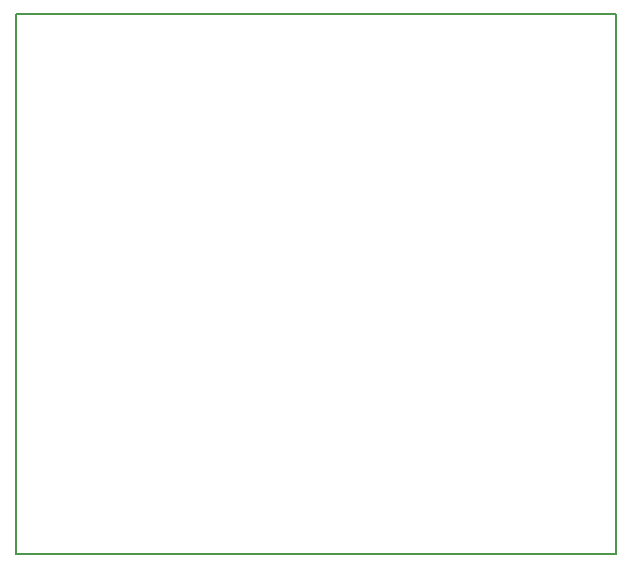
<source format=gbr>
G04 CAM350 V10.0.1 (Build 312) Date:  Fri Jul 29 09:56:09 2016 *
G04 Database: C:\arctmp\odbjob_v7\odbjob_v7.cam *
G04 Layer 11: BotPartOutLine *
%FSLAX23Y23*%
%MOIN*%
%SFA1.000B1.000*%

%MIA0B0*%
%IPPOS*%
%ADD25C,0.00500*%
%LNBotPartOutLine*%
%LPD*%
G54D25*
X17000Y6500D02*
G01Y8300D01*
X15000*
Y6500*
X17000*
M02*

</source>
